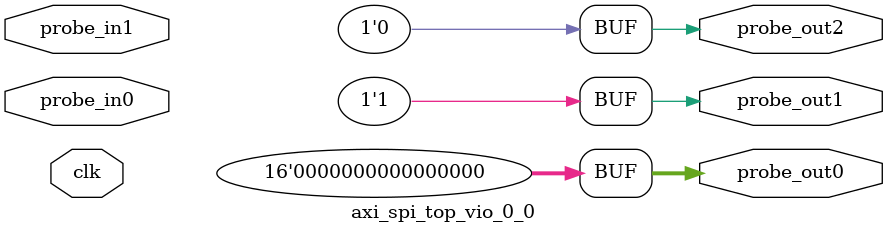
<source format=v>
`timescale 1ns / 1ps
module axi_spi_top_vio_0_0 (
clk,
probe_in0,probe_in1,
probe_out0,
probe_out1,
probe_out2
);

input clk;
input [0 : 0] probe_in0;
input [7 : 0] probe_in1;

output reg [15 : 0] probe_out0 = 'h0000 ;
output reg [0 : 0] probe_out1 = 'h1 ;
output reg [0 : 0] probe_out2 = 'h0 ;


endmodule

</source>
